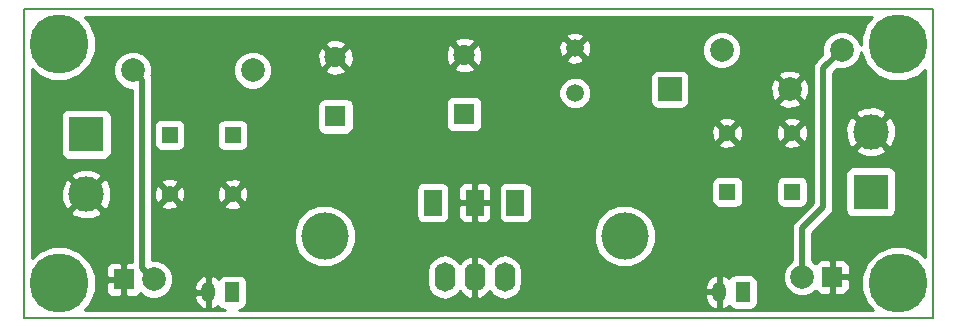
<source format=gbl>
G04 #@! TF.FileFunction,Copper,L2,Bot,Signal*
%FSLAX46Y46*%
G04 Gerber Fmt 4.6, Leading zero omitted, Abs format (unit mm)*
G04 Created by KiCad (PCBNEW 0.201508290901+6132~28~ubuntu14.04.1-product) date Sat 02 Jan 2016 04:08:58 PM EST*
%MOMM*%
G01*
G04 APERTURE LIST*
%ADD10C,0.100000*%
%ADD11C,0.150000*%
%ADD12R,1.400000X1.400000*%
%ADD13C,1.400000*%
%ADD14C,1.501140*%
%ADD15R,1.699260X1.699260*%
%ADD16C,1.998980*%
%ADD17R,1.998980X1.998980*%
%ADD18R,1.198880X1.699260*%
%ADD19O,1.198880X1.699260*%
%ADD20R,2.999740X2.999740*%
%ADD21C,2.999740*%
%ADD22R,1.524000X2.199640*%
%ADD23R,1.800000X1.800000*%
%ADD24C,1.800000*%
%ADD25C,5.000000*%
%ADD26O,1.744980X2.499360*%
%ADD27O,1.747520X2.499360*%
%ADD28C,4.000500*%
%ADD29C,0.500000*%
%ADD30C,0.254000*%
G04 APERTURE END LIST*
D10*
D11*
X187000000Y-44000000D02*
X136000000Y-44000000D01*
X187000000Y-70000000D02*
X187000000Y-44000000D01*
X187000000Y-70200000D02*
X187000000Y-70000000D01*
X110000000Y-70200000D02*
X187000000Y-70200000D01*
X110000000Y-44000000D02*
X110000000Y-70200000D01*
X136000000Y-44000000D02*
X110000000Y-44000000D01*
D12*
X122351800Y-54660800D03*
D13*
X122351800Y-59660800D03*
D12*
X127685800Y-54686200D03*
D13*
X127685800Y-59686200D03*
D12*
X169570400Y-59486800D03*
D13*
X169570400Y-54486800D03*
D12*
X175056800Y-59483000D03*
D13*
X175056800Y-54483000D03*
D14*
X156667200Y-47320200D03*
X156667200Y-51130200D03*
D15*
X178440000Y-66700000D03*
D16*
X175900000Y-66700000D03*
X174853600Y-50800000D03*
D17*
X164693600Y-50800000D03*
D18*
X127635000Y-67995800D03*
D19*
X125633480Y-67995800D03*
D20*
X115290600Y-54610000D03*
D21*
X115290600Y-59690000D03*
D22*
X148209000Y-60401200D03*
X144627600Y-60401200D03*
D18*
X170891200Y-67970400D03*
D19*
X168889680Y-67970400D03*
D20*
X181711600Y-59486800D03*
D21*
X181711600Y-54406800D03*
D16*
X169087800Y-47472600D03*
X179247800Y-47472600D03*
D23*
X136400000Y-53100000D03*
D24*
X136400000Y-48100000D03*
D23*
X147294600Y-52904400D03*
D24*
X147294600Y-47904400D03*
D15*
X118458660Y-66900000D03*
D16*
X120998660Y-66900000D03*
D22*
X151638000Y-60401200D03*
D16*
X129380000Y-49200000D03*
X119220000Y-49200000D03*
D25*
X112979200Y-67235400D03*
X183997600Y-46991600D03*
X184023000Y-67210000D03*
X112979200Y-46964600D03*
D26*
X150723600Y-66713100D03*
D27*
X148183600Y-66713100D03*
X145643600Y-66713100D03*
D28*
X160883600Y-63220600D03*
X135483600Y-63220600D03*
D29*
X175900000Y-66700000D02*
X175900000Y-62580600D01*
X177673000Y-49047400D02*
X179247800Y-47472600D01*
X175900000Y-62580600D02*
X177673000Y-60807600D01*
X177673000Y-60807600D02*
X177673000Y-49047400D01*
X119220000Y-49200000D02*
X120015000Y-49995000D01*
X120015000Y-49995000D02*
X120015000Y-65916340D01*
X120015000Y-65916340D02*
X120998660Y-66900000D01*
D30*
G36*
X181341426Y-45213447D02*
X180863146Y-46365274D01*
X180862504Y-47100333D01*
X180634262Y-46547945D01*
X180174873Y-46087754D01*
X179574347Y-45838394D01*
X178924106Y-45837826D01*
X178323145Y-46086138D01*
X177862954Y-46545527D01*
X177613594Y-47146053D01*
X177613026Y-47796294D01*
X177630423Y-47838398D01*
X177047210Y-48421610D01*
X176855367Y-48708725D01*
X176855367Y-48708726D01*
X176787999Y-49047400D01*
X176788000Y-49047405D01*
X176788000Y-60441021D01*
X175274210Y-61954810D01*
X175082367Y-62241925D01*
X175082367Y-62241926D01*
X175014999Y-62580600D01*
X175015000Y-62580605D01*
X175015000Y-65297153D01*
X174975345Y-65313538D01*
X174515154Y-65772927D01*
X174265794Y-66373453D01*
X174265226Y-67023694D01*
X174513538Y-67624655D01*
X174972927Y-68084846D01*
X175573453Y-68334206D01*
X176223694Y-68334774D01*
X176824655Y-68086462D01*
X177037433Y-67874055D01*
X177052043Y-67909328D01*
X177230671Y-68087957D01*
X177464060Y-68184630D01*
X178154250Y-68184630D01*
X178313000Y-68025880D01*
X178313000Y-66827000D01*
X178567000Y-66827000D01*
X178567000Y-68025880D01*
X178725750Y-68184630D01*
X179415940Y-68184630D01*
X179649329Y-68087957D01*
X179827957Y-67909328D01*
X179924630Y-67675939D01*
X179924630Y-66985750D01*
X179765880Y-66827000D01*
X178567000Y-66827000D01*
X178313000Y-66827000D01*
X178293000Y-66827000D01*
X178293000Y-66573000D01*
X178313000Y-66573000D01*
X178313000Y-65374120D01*
X178567000Y-65374120D01*
X178567000Y-66573000D01*
X179765880Y-66573000D01*
X179924630Y-66414250D01*
X179924630Y-65724061D01*
X179827957Y-65490672D01*
X179649329Y-65312043D01*
X179415940Y-65215370D01*
X178725750Y-65215370D01*
X178567000Y-65374120D01*
X178313000Y-65374120D01*
X178154250Y-65215370D01*
X177464060Y-65215370D01*
X177230671Y-65312043D01*
X177052043Y-65490672D01*
X177037451Y-65525900D01*
X176827073Y-65315154D01*
X176785000Y-65297684D01*
X176785000Y-62947180D01*
X178298787Y-61433392D01*
X178298790Y-61433390D01*
X178490633Y-61146275D01*
X178523814Y-60979464D01*
X178558001Y-60807600D01*
X178558000Y-60807595D01*
X178558000Y-57986930D01*
X179564290Y-57986930D01*
X179564290Y-60986670D01*
X179608568Y-61221987D01*
X179747640Y-61438111D01*
X179959840Y-61583101D01*
X180211730Y-61634110D01*
X183211470Y-61634110D01*
X183446787Y-61589832D01*
X183662911Y-61450760D01*
X183807901Y-61238560D01*
X183858910Y-60986670D01*
X183858910Y-57986930D01*
X183814632Y-57751613D01*
X183675560Y-57535489D01*
X183463360Y-57390499D01*
X183211470Y-57339490D01*
X180211730Y-57339490D01*
X179976413Y-57383768D01*
X179760289Y-57522840D01*
X179615299Y-57735040D01*
X179564290Y-57986930D01*
X178558000Y-57986930D01*
X178558000Y-55920677D01*
X180377328Y-55920677D01*
X180537095Y-56239432D01*
X181327817Y-56549395D01*
X182176966Y-56533167D01*
X182886105Y-56239432D01*
X183045872Y-55920677D01*
X181711600Y-54586405D01*
X180377328Y-55920677D01*
X178558000Y-55920677D01*
X178558000Y-54023017D01*
X179569005Y-54023017D01*
X179585233Y-54872166D01*
X179878968Y-55581305D01*
X180197723Y-55741072D01*
X181531995Y-54406800D01*
X181891205Y-54406800D01*
X183225477Y-55741072D01*
X183544232Y-55581305D01*
X183854195Y-54790583D01*
X183837967Y-53941434D01*
X183544232Y-53232295D01*
X183225477Y-53072528D01*
X181891205Y-54406800D01*
X181531995Y-54406800D01*
X180197723Y-53072528D01*
X179878968Y-53232295D01*
X179569005Y-54023017D01*
X178558000Y-54023017D01*
X178558000Y-52892923D01*
X180377328Y-52892923D01*
X181711600Y-54227195D01*
X183045872Y-52892923D01*
X182886105Y-52574168D01*
X182095383Y-52264205D01*
X181246234Y-52280433D01*
X180537095Y-52574168D01*
X180377328Y-52892923D01*
X178558000Y-52892923D01*
X178558000Y-49413980D01*
X178881628Y-49090352D01*
X178921253Y-49106806D01*
X179571494Y-49107374D01*
X180172455Y-48859062D01*
X180632646Y-48399673D01*
X180882006Y-47799147D01*
X180882127Y-47661026D01*
X181338327Y-48765115D01*
X182219447Y-49647774D01*
X183371274Y-50126054D01*
X184618454Y-50127143D01*
X185771115Y-49650873D01*
X186290000Y-49132893D01*
X186290000Y-65043527D01*
X185801153Y-64553826D01*
X184649326Y-64075546D01*
X183402146Y-64074457D01*
X182249485Y-64550727D01*
X181366826Y-65431847D01*
X180888546Y-66583674D01*
X180887457Y-67830854D01*
X181363727Y-68983515D01*
X181869329Y-69490000D01*
X128249693Y-69490000D01*
X128469757Y-69448592D01*
X128685881Y-69309520D01*
X128830871Y-69097320D01*
X128881880Y-68845430D01*
X128881880Y-67146170D01*
X128837602Y-66910853D01*
X128698530Y-66694729D01*
X128486330Y-66549739D01*
X128234440Y-66498730D01*
X127035560Y-66498730D01*
X126800243Y-66543008D01*
X126584119Y-66682080D01*
X126478921Y-66836043D01*
X126462437Y-66814232D01*
X126042913Y-66567901D01*
X125951001Y-66552705D01*
X125760480Y-66677443D01*
X125760480Y-67868800D01*
X125780480Y-67868800D01*
X125780480Y-68122800D01*
X125760480Y-68122800D01*
X125760480Y-69314157D01*
X125951001Y-69438895D01*
X126042913Y-69423699D01*
X126462437Y-69177368D01*
X126479794Y-69154402D01*
X126571470Y-69296871D01*
X126783670Y-69441861D01*
X127021388Y-69490000D01*
X115158095Y-69490000D01*
X115635374Y-69013553D01*
X116113654Y-67861726D01*
X116114244Y-67185750D01*
X116974030Y-67185750D01*
X116974030Y-67875939D01*
X117070703Y-68109328D01*
X117249331Y-68287957D01*
X117482720Y-68384630D01*
X118172910Y-68384630D01*
X118331660Y-68225880D01*
X118331660Y-67027000D01*
X117132780Y-67027000D01*
X116974030Y-67185750D01*
X116114244Y-67185750D01*
X116114743Y-66614546D01*
X115829441Y-65924061D01*
X116974030Y-65924061D01*
X116974030Y-66614250D01*
X117132780Y-66773000D01*
X118331660Y-66773000D01*
X118331660Y-65574120D01*
X118172910Y-65415370D01*
X117482720Y-65415370D01*
X117249331Y-65512043D01*
X117070703Y-65690672D01*
X116974030Y-65924061D01*
X115829441Y-65924061D01*
X115638473Y-65461885D01*
X114757353Y-64579226D01*
X113605526Y-64100946D01*
X112358346Y-64099857D01*
X111205685Y-64576127D01*
X110710000Y-65070948D01*
X110710000Y-61203877D01*
X113956328Y-61203877D01*
X114116095Y-61522632D01*
X114906817Y-61832595D01*
X115755966Y-61816367D01*
X116465105Y-61522632D01*
X116624872Y-61203877D01*
X115290600Y-59869605D01*
X113956328Y-61203877D01*
X110710000Y-61203877D01*
X110710000Y-59306217D01*
X113148005Y-59306217D01*
X113164233Y-60155366D01*
X113457968Y-60864505D01*
X113776723Y-61024272D01*
X115110995Y-59690000D01*
X115470205Y-59690000D01*
X116804477Y-61024272D01*
X117123232Y-60864505D01*
X117433195Y-60073783D01*
X117416967Y-59224634D01*
X117123232Y-58515495D01*
X116804477Y-58355728D01*
X115470205Y-59690000D01*
X115110995Y-59690000D01*
X113776723Y-58355728D01*
X113457968Y-58515495D01*
X113148005Y-59306217D01*
X110710000Y-59306217D01*
X110710000Y-58176123D01*
X113956328Y-58176123D01*
X115290600Y-59510395D01*
X116624872Y-58176123D01*
X116465105Y-57857368D01*
X115674383Y-57547405D01*
X114825234Y-57563633D01*
X114116095Y-57857368D01*
X113956328Y-58176123D01*
X110710000Y-58176123D01*
X110710000Y-53110130D01*
X113143290Y-53110130D01*
X113143290Y-56109870D01*
X113187568Y-56345187D01*
X113326640Y-56561311D01*
X113538840Y-56706301D01*
X113790730Y-56757310D01*
X116790470Y-56757310D01*
X117025787Y-56713032D01*
X117241911Y-56573960D01*
X117386901Y-56361760D01*
X117437910Y-56109870D01*
X117437910Y-53110130D01*
X117393632Y-52874813D01*
X117254560Y-52658689D01*
X117042360Y-52513699D01*
X116790470Y-52462690D01*
X113790730Y-52462690D01*
X113555413Y-52506968D01*
X113339289Y-52646040D01*
X113194299Y-52858240D01*
X113143290Y-53110130D01*
X110710000Y-53110130D01*
X110710000Y-49128869D01*
X111201047Y-49620774D01*
X112352874Y-50099054D01*
X113600054Y-50100143D01*
X114752715Y-49623873D01*
X114853068Y-49523694D01*
X117585226Y-49523694D01*
X117833538Y-50124655D01*
X118292927Y-50584846D01*
X118893453Y-50834206D01*
X119130000Y-50834413D01*
X119130000Y-65415370D01*
X118744410Y-65415370D01*
X118585660Y-65574120D01*
X118585660Y-66773000D01*
X118605660Y-66773000D01*
X118605660Y-67027000D01*
X118585660Y-67027000D01*
X118585660Y-68225880D01*
X118744410Y-68384630D01*
X119434600Y-68384630D01*
X119667989Y-68287957D01*
X119846617Y-68109328D01*
X119861209Y-68074100D01*
X120071587Y-68284846D01*
X120672113Y-68534206D01*
X121322354Y-68534774D01*
X121845987Y-68318413D01*
X124388735Y-68318413D01*
X124511201Y-68789243D01*
X124804523Y-69177368D01*
X125224047Y-69423699D01*
X125315959Y-69438895D01*
X125506480Y-69314157D01*
X125506480Y-68122800D01*
X124551480Y-68122800D01*
X124388735Y-68318413D01*
X121845987Y-68318413D01*
X121923315Y-68286462D01*
X122383506Y-67827073D01*
X122447405Y-67673187D01*
X124388735Y-67673187D01*
X124551480Y-67868800D01*
X125506480Y-67868800D01*
X125506480Y-66677443D01*
X125315959Y-66552705D01*
X125224047Y-66567901D01*
X124804523Y-66814232D01*
X124511201Y-67202357D01*
X124388735Y-67673187D01*
X122447405Y-67673187D01*
X122632866Y-67226547D01*
X122633434Y-66576306D01*
X122519373Y-66300257D01*
X144134840Y-66300257D01*
X144134840Y-67125943D01*
X144249688Y-67703320D01*
X144576746Y-68192797D01*
X145066223Y-68519855D01*
X145643600Y-68634703D01*
X146220977Y-68519855D01*
X146710454Y-68192797D01*
X146917441Y-67883019D01*
X147206548Y-68245677D01*
X147723555Y-68531533D01*
X147822979Y-68554048D01*
X148056600Y-68433043D01*
X148056600Y-66840100D01*
X148036600Y-66840100D01*
X148036600Y-66586100D01*
X148056600Y-66586100D01*
X148056600Y-64993157D01*
X148310600Y-64993157D01*
X148310600Y-66586100D01*
X148330600Y-66586100D01*
X148330600Y-66840100D01*
X148310600Y-66840100D01*
X148310600Y-68433043D01*
X148544221Y-68554048D01*
X148643645Y-68531533D01*
X149160652Y-68245677D01*
X149450113Y-67882576D01*
X149657644Y-68193169D01*
X150146709Y-68519952D01*
X150723600Y-68634703D01*
X151300491Y-68519952D01*
X151640128Y-68293013D01*
X167644935Y-68293013D01*
X167767401Y-68763843D01*
X168060723Y-69151968D01*
X168480247Y-69398299D01*
X168572159Y-69413495D01*
X168762680Y-69288757D01*
X168762680Y-68097400D01*
X167807680Y-68097400D01*
X167644935Y-68293013D01*
X151640128Y-68293013D01*
X151789556Y-68193169D01*
X152116339Y-67704104D01*
X152127541Y-67647787D01*
X167644935Y-67647787D01*
X167807680Y-67843400D01*
X168762680Y-67843400D01*
X168762680Y-66652043D01*
X169016680Y-66652043D01*
X169016680Y-67843400D01*
X169036680Y-67843400D01*
X169036680Y-68097400D01*
X169016680Y-68097400D01*
X169016680Y-69288757D01*
X169207201Y-69413495D01*
X169299113Y-69398299D01*
X169718637Y-69151968D01*
X169735994Y-69129002D01*
X169827670Y-69271471D01*
X170039870Y-69416461D01*
X170291760Y-69467470D01*
X171490640Y-69467470D01*
X171725957Y-69423192D01*
X171942081Y-69284120D01*
X172087071Y-69071920D01*
X172138080Y-68820030D01*
X172138080Y-67120770D01*
X172093802Y-66885453D01*
X171954730Y-66669329D01*
X171742530Y-66524339D01*
X171490640Y-66473330D01*
X170291760Y-66473330D01*
X170056443Y-66517608D01*
X169840319Y-66656680D01*
X169735121Y-66810643D01*
X169718637Y-66788832D01*
X169299113Y-66542501D01*
X169207201Y-66527305D01*
X169016680Y-66652043D01*
X168762680Y-66652043D01*
X168572159Y-66527305D01*
X168480247Y-66542501D01*
X168060723Y-66788832D01*
X167767401Y-67176957D01*
X167644935Y-67647787D01*
X152127541Y-67647787D01*
X152231090Y-67127213D01*
X152231090Y-66298987D01*
X152116339Y-65722096D01*
X151789556Y-65233031D01*
X151300491Y-64906248D01*
X150723600Y-64791497D01*
X150146709Y-64906248D01*
X149657644Y-65233031D01*
X149450113Y-65543624D01*
X149160652Y-65180523D01*
X148643645Y-64894667D01*
X148544221Y-64872152D01*
X148310600Y-64993157D01*
X148056600Y-64993157D01*
X147822979Y-64872152D01*
X147723555Y-64894667D01*
X147206548Y-65180523D01*
X146917441Y-65543181D01*
X146710454Y-65233403D01*
X146220977Y-64906345D01*
X145643600Y-64791497D01*
X145066223Y-64906345D01*
X144576746Y-65233403D01*
X144249688Y-65722880D01*
X144134840Y-66300257D01*
X122519373Y-66300257D01*
X122385122Y-65975345D01*
X121925733Y-65515154D01*
X121325207Y-65265794D01*
X120900000Y-65265423D01*
X120900000Y-63742484D01*
X132847893Y-63742484D01*
X133248241Y-64711399D01*
X133988902Y-65453354D01*
X134957117Y-65855392D01*
X136005484Y-65856307D01*
X136974399Y-65455959D01*
X137716354Y-64715298D01*
X138118392Y-63747083D01*
X138118396Y-63742484D01*
X158247893Y-63742484D01*
X158648241Y-64711399D01*
X159388902Y-65453354D01*
X160357117Y-65855392D01*
X161405484Y-65856307D01*
X162374399Y-65455959D01*
X163116354Y-64715298D01*
X163518392Y-63747083D01*
X163519307Y-62698716D01*
X163118959Y-61729801D01*
X162378298Y-60987846D01*
X161410083Y-60585808D01*
X160361716Y-60584893D01*
X159392801Y-60985241D01*
X158650846Y-61725902D01*
X158248808Y-62694117D01*
X158247893Y-63742484D01*
X138118396Y-63742484D01*
X138119307Y-62698716D01*
X137718959Y-61729801D01*
X136978298Y-60987846D01*
X136010083Y-60585808D01*
X134961716Y-60584893D01*
X133992801Y-60985241D01*
X133250846Y-61725902D01*
X132848808Y-62694117D01*
X132847893Y-63742484D01*
X120900000Y-63742484D01*
X120900000Y-60596075D01*
X121596131Y-60596075D01*
X121657969Y-60831842D01*
X122158922Y-61008219D01*
X122689240Y-60979464D01*
X123045631Y-60831842D01*
X123100806Y-60621475D01*
X126930131Y-60621475D01*
X126991969Y-60857242D01*
X127492922Y-61033619D01*
X128023240Y-61004864D01*
X128379631Y-60857242D01*
X128441469Y-60621475D01*
X127685800Y-59865805D01*
X126930131Y-60621475D01*
X123100806Y-60621475D01*
X123107469Y-60596075D01*
X122351800Y-59840405D01*
X121596131Y-60596075D01*
X120900000Y-60596075D01*
X120900000Y-59467922D01*
X121004381Y-59467922D01*
X121033136Y-59998240D01*
X121180758Y-60354631D01*
X121416525Y-60416469D01*
X122172195Y-59660800D01*
X122531405Y-59660800D01*
X123287075Y-60416469D01*
X123522842Y-60354631D01*
X123699219Y-59853678D01*
X123679680Y-59493322D01*
X126338381Y-59493322D01*
X126367136Y-60023640D01*
X126514758Y-60380031D01*
X126750525Y-60441869D01*
X127506195Y-59686200D01*
X127865405Y-59686200D01*
X128621075Y-60441869D01*
X128856842Y-60380031D01*
X129033219Y-59879078D01*
X129004464Y-59348760D01*
X128984839Y-59301380D01*
X143218160Y-59301380D01*
X143218160Y-61501020D01*
X143262438Y-61736337D01*
X143401510Y-61952461D01*
X143613710Y-62097451D01*
X143865600Y-62148460D01*
X145389600Y-62148460D01*
X145624917Y-62104182D01*
X145841041Y-61965110D01*
X145986031Y-61752910D01*
X146037040Y-61501020D01*
X146037040Y-60686950D01*
X146812000Y-60686950D01*
X146812000Y-61627330D01*
X146908673Y-61860719D01*
X147087302Y-62039347D01*
X147320691Y-62136020D01*
X147923250Y-62136020D01*
X148082000Y-61977270D01*
X148082000Y-60528200D01*
X148336000Y-60528200D01*
X148336000Y-61977270D01*
X148494750Y-62136020D01*
X149097309Y-62136020D01*
X149330698Y-62039347D01*
X149509327Y-61860719D01*
X149606000Y-61627330D01*
X149606000Y-60686950D01*
X149447250Y-60528200D01*
X148336000Y-60528200D01*
X148082000Y-60528200D01*
X146970750Y-60528200D01*
X146812000Y-60686950D01*
X146037040Y-60686950D01*
X146037040Y-59301380D01*
X146013274Y-59175070D01*
X146812000Y-59175070D01*
X146812000Y-60115450D01*
X146970750Y-60274200D01*
X148082000Y-60274200D01*
X148082000Y-58825130D01*
X148336000Y-58825130D01*
X148336000Y-60274200D01*
X149447250Y-60274200D01*
X149606000Y-60115450D01*
X149606000Y-59301380D01*
X150228560Y-59301380D01*
X150228560Y-61501020D01*
X150272838Y-61736337D01*
X150411910Y-61952461D01*
X150624110Y-62097451D01*
X150876000Y-62148460D01*
X152400000Y-62148460D01*
X152635317Y-62104182D01*
X152851441Y-61965110D01*
X152996431Y-61752910D01*
X153047440Y-61501020D01*
X153047440Y-59301380D01*
X153003162Y-59066063D01*
X152864090Y-58849939D01*
X152771683Y-58786800D01*
X168222960Y-58786800D01*
X168222960Y-60186800D01*
X168267238Y-60422117D01*
X168406310Y-60638241D01*
X168618510Y-60783231D01*
X168870400Y-60834240D01*
X170270400Y-60834240D01*
X170505717Y-60789962D01*
X170721841Y-60650890D01*
X170866831Y-60438690D01*
X170917840Y-60186800D01*
X170917840Y-58786800D01*
X170917125Y-58783000D01*
X173709360Y-58783000D01*
X173709360Y-60183000D01*
X173753638Y-60418317D01*
X173892710Y-60634441D01*
X174104910Y-60779431D01*
X174356800Y-60830440D01*
X175756800Y-60830440D01*
X175992117Y-60786162D01*
X176208241Y-60647090D01*
X176353231Y-60434890D01*
X176404240Y-60183000D01*
X176404240Y-58783000D01*
X176359962Y-58547683D01*
X176220890Y-58331559D01*
X176008690Y-58186569D01*
X175756800Y-58135560D01*
X174356800Y-58135560D01*
X174121483Y-58179838D01*
X173905359Y-58318910D01*
X173760369Y-58531110D01*
X173709360Y-58783000D01*
X170917125Y-58783000D01*
X170873562Y-58551483D01*
X170734490Y-58335359D01*
X170522290Y-58190369D01*
X170270400Y-58139360D01*
X168870400Y-58139360D01*
X168635083Y-58183638D01*
X168418959Y-58322710D01*
X168273969Y-58534910D01*
X168222960Y-58786800D01*
X152771683Y-58786800D01*
X152651890Y-58704949D01*
X152400000Y-58653940D01*
X150876000Y-58653940D01*
X150640683Y-58698218D01*
X150424559Y-58837290D01*
X150279569Y-59049490D01*
X150228560Y-59301380D01*
X149606000Y-59301380D01*
X149606000Y-59175070D01*
X149509327Y-58941681D01*
X149330698Y-58763053D01*
X149097309Y-58666380D01*
X148494750Y-58666380D01*
X148336000Y-58825130D01*
X148082000Y-58825130D01*
X147923250Y-58666380D01*
X147320691Y-58666380D01*
X147087302Y-58763053D01*
X146908673Y-58941681D01*
X146812000Y-59175070D01*
X146013274Y-59175070D01*
X145992762Y-59066063D01*
X145853690Y-58849939D01*
X145641490Y-58704949D01*
X145389600Y-58653940D01*
X143865600Y-58653940D01*
X143630283Y-58698218D01*
X143414159Y-58837290D01*
X143269169Y-59049490D01*
X143218160Y-59301380D01*
X128984839Y-59301380D01*
X128856842Y-58992369D01*
X128621075Y-58930531D01*
X127865405Y-59686200D01*
X127506195Y-59686200D01*
X126750525Y-58930531D01*
X126514758Y-58992369D01*
X126338381Y-59493322D01*
X123679680Y-59493322D01*
X123670464Y-59323360D01*
X123522842Y-58966969D01*
X123287075Y-58905131D01*
X122531405Y-59660800D01*
X122172195Y-59660800D01*
X121416525Y-58905131D01*
X121180758Y-58966969D01*
X121004381Y-59467922D01*
X120900000Y-59467922D01*
X120900000Y-58725525D01*
X121596131Y-58725525D01*
X122351800Y-59481195D01*
X123082069Y-58750925D01*
X126930131Y-58750925D01*
X127685800Y-59506595D01*
X128441469Y-58750925D01*
X128379631Y-58515158D01*
X127878678Y-58338781D01*
X127348360Y-58367536D01*
X126991969Y-58515158D01*
X126930131Y-58750925D01*
X123082069Y-58750925D01*
X123107469Y-58725525D01*
X123045631Y-58489758D01*
X122544678Y-58313381D01*
X122014360Y-58342136D01*
X121657969Y-58489758D01*
X121596131Y-58725525D01*
X120900000Y-58725525D01*
X120900000Y-53960800D01*
X121004360Y-53960800D01*
X121004360Y-55360800D01*
X121048638Y-55596117D01*
X121187710Y-55812241D01*
X121399910Y-55957231D01*
X121651800Y-56008240D01*
X123051800Y-56008240D01*
X123287117Y-55963962D01*
X123503241Y-55824890D01*
X123648231Y-55612690D01*
X123699240Y-55360800D01*
X123699240Y-53986200D01*
X126338360Y-53986200D01*
X126338360Y-55386200D01*
X126382638Y-55621517D01*
X126521710Y-55837641D01*
X126733910Y-55982631D01*
X126985800Y-56033640D01*
X128385800Y-56033640D01*
X128621117Y-55989362D01*
X128837241Y-55850290D01*
X128982231Y-55638090D01*
X129025975Y-55422075D01*
X168814731Y-55422075D01*
X168876569Y-55657842D01*
X169377522Y-55834219D01*
X169907840Y-55805464D01*
X170264231Y-55657842D01*
X170326069Y-55422075D01*
X170322270Y-55418275D01*
X174301131Y-55418275D01*
X174362969Y-55654042D01*
X174863922Y-55830419D01*
X175394240Y-55801664D01*
X175750631Y-55654042D01*
X175812469Y-55418275D01*
X175056800Y-54662605D01*
X174301131Y-55418275D01*
X170322270Y-55418275D01*
X169570400Y-54666405D01*
X168814731Y-55422075D01*
X129025975Y-55422075D01*
X129033240Y-55386200D01*
X129033240Y-53986200D01*
X128988962Y-53750883D01*
X128849890Y-53534759D01*
X128637690Y-53389769D01*
X128385800Y-53338760D01*
X126985800Y-53338760D01*
X126750483Y-53383038D01*
X126534359Y-53522110D01*
X126389369Y-53734310D01*
X126338360Y-53986200D01*
X123699240Y-53986200D01*
X123699240Y-53960800D01*
X123654962Y-53725483D01*
X123515890Y-53509359D01*
X123303690Y-53364369D01*
X123051800Y-53313360D01*
X121651800Y-53313360D01*
X121416483Y-53357638D01*
X121200359Y-53496710D01*
X121055369Y-53708910D01*
X121004360Y-53960800D01*
X120900000Y-53960800D01*
X120900000Y-52200000D01*
X134852560Y-52200000D01*
X134852560Y-54000000D01*
X134896838Y-54235317D01*
X135035910Y-54451441D01*
X135248110Y-54596431D01*
X135500000Y-54647440D01*
X137300000Y-54647440D01*
X137535317Y-54603162D01*
X137751441Y-54464090D01*
X137896431Y-54251890D01*
X137947440Y-54000000D01*
X137947440Y-52200000D01*
X137910636Y-52004400D01*
X145747160Y-52004400D01*
X145747160Y-53804400D01*
X145791438Y-54039717D01*
X145930510Y-54255841D01*
X146142710Y-54400831D01*
X146394600Y-54451840D01*
X148194600Y-54451840D01*
X148429917Y-54407562D01*
X148606518Y-54293922D01*
X168222981Y-54293922D01*
X168251736Y-54824240D01*
X168399358Y-55180631D01*
X168635125Y-55242469D01*
X169390795Y-54486800D01*
X169750005Y-54486800D01*
X170505675Y-55242469D01*
X170741442Y-55180631D01*
X170917819Y-54679678D01*
X170896697Y-54290122D01*
X173709381Y-54290122D01*
X173738136Y-54820440D01*
X173885758Y-55176831D01*
X174121525Y-55238669D01*
X174877195Y-54483000D01*
X175236405Y-54483000D01*
X175992075Y-55238669D01*
X176227842Y-55176831D01*
X176404219Y-54675878D01*
X176375464Y-54145560D01*
X176227842Y-53789169D01*
X175992075Y-53727331D01*
X175236405Y-54483000D01*
X174877195Y-54483000D01*
X174121525Y-53727331D01*
X173885758Y-53789169D01*
X173709381Y-54290122D01*
X170896697Y-54290122D01*
X170889064Y-54149360D01*
X170741442Y-53792969D01*
X170505675Y-53731131D01*
X169750005Y-54486800D01*
X169390795Y-54486800D01*
X168635125Y-53731131D01*
X168399358Y-53792969D01*
X168222981Y-54293922D01*
X148606518Y-54293922D01*
X148646041Y-54268490D01*
X148791031Y-54056290D01*
X148842040Y-53804400D01*
X148842040Y-53551525D01*
X168814731Y-53551525D01*
X169570400Y-54307195D01*
X170326069Y-53551525D01*
X170325073Y-53547725D01*
X174301131Y-53547725D01*
X175056800Y-54303395D01*
X175812469Y-53547725D01*
X175750631Y-53311958D01*
X175249678Y-53135581D01*
X174719360Y-53164336D01*
X174362969Y-53311958D01*
X174301131Y-53547725D01*
X170325073Y-53547725D01*
X170264231Y-53315758D01*
X169763278Y-53139381D01*
X169232960Y-53168136D01*
X168876569Y-53315758D01*
X168814731Y-53551525D01*
X148842040Y-53551525D01*
X148842040Y-52004400D01*
X148797762Y-51769083D01*
X148658690Y-51552959D01*
X148446490Y-51407969D01*
X148429844Y-51404598D01*
X155281390Y-51404598D01*
X155491886Y-51914037D01*
X155881313Y-52304144D01*
X156390384Y-52515529D01*
X156941598Y-52516010D01*
X157451037Y-52305514D01*
X157841144Y-51916087D01*
X158052529Y-51407016D01*
X158053010Y-50855802D01*
X157842514Y-50346363D01*
X157453087Y-49956256D01*
X157078010Y-49800510D01*
X163046670Y-49800510D01*
X163046670Y-51799490D01*
X163090948Y-52034807D01*
X163230020Y-52250931D01*
X163442220Y-52395921D01*
X163694110Y-52446930D01*
X165693090Y-52446930D01*
X165928407Y-52402652D01*
X166144531Y-52263580D01*
X166289521Y-52051380D01*
X166309612Y-51952163D01*
X173881043Y-51952163D01*
X173979642Y-52218965D01*
X174589182Y-52445401D01*
X175238977Y-52421341D01*
X175727558Y-52218965D01*
X175826157Y-51952163D01*
X174853600Y-50979605D01*
X173881043Y-51952163D01*
X166309612Y-51952163D01*
X166340530Y-51799490D01*
X166340530Y-50535582D01*
X173208199Y-50535582D01*
X173232259Y-51185377D01*
X173434635Y-51673958D01*
X173701437Y-51772557D01*
X174673995Y-50800000D01*
X175033205Y-50800000D01*
X176005763Y-51772557D01*
X176272565Y-51673958D01*
X176499001Y-51064418D01*
X176474941Y-50414623D01*
X176272565Y-49926042D01*
X176005763Y-49827443D01*
X175033205Y-50800000D01*
X174673995Y-50800000D01*
X173701437Y-49827443D01*
X173434635Y-49926042D01*
X173208199Y-50535582D01*
X166340530Y-50535582D01*
X166340530Y-49800510D01*
X166311803Y-49647837D01*
X173881043Y-49647837D01*
X174853600Y-50620395D01*
X175826157Y-49647837D01*
X175727558Y-49381035D01*
X175118018Y-49154599D01*
X174468223Y-49178659D01*
X173979642Y-49381035D01*
X173881043Y-49647837D01*
X166311803Y-49647837D01*
X166296252Y-49565193D01*
X166157180Y-49349069D01*
X165944980Y-49204079D01*
X165693090Y-49153070D01*
X163694110Y-49153070D01*
X163458793Y-49197348D01*
X163242669Y-49336420D01*
X163097679Y-49548620D01*
X163046670Y-49800510D01*
X157078010Y-49800510D01*
X156944016Y-49744871D01*
X156392802Y-49744390D01*
X155883363Y-49954886D01*
X155493256Y-50344313D01*
X155281871Y-50853384D01*
X155281390Y-51404598D01*
X148429844Y-51404598D01*
X148194600Y-51356960D01*
X146394600Y-51356960D01*
X146159283Y-51401238D01*
X145943159Y-51540310D01*
X145798169Y-51752510D01*
X145747160Y-52004400D01*
X137910636Y-52004400D01*
X137903162Y-51964683D01*
X137764090Y-51748559D01*
X137551890Y-51603569D01*
X137300000Y-51552560D01*
X135500000Y-51552560D01*
X135264683Y-51596838D01*
X135048559Y-51735910D01*
X134903569Y-51948110D01*
X134852560Y-52200000D01*
X120900000Y-52200000D01*
X120900000Y-49995005D01*
X120900001Y-49995000D01*
X120832633Y-49656326D01*
X120832633Y-49656325D01*
X120812703Y-49626497D01*
X120854206Y-49526547D01*
X120854208Y-49523694D01*
X127745226Y-49523694D01*
X127993538Y-50124655D01*
X128452927Y-50584846D01*
X129053453Y-50834206D01*
X129703694Y-50834774D01*
X130304655Y-50586462D01*
X130764846Y-50127073D01*
X131014206Y-49526547D01*
X131014508Y-49180159D01*
X135499446Y-49180159D01*
X135585852Y-49436643D01*
X136159336Y-49646458D01*
X136769460Y-49620839D01*
X137214148Y-49436643D01*
X137300554Y-49180159D01*
X136400000Y-48279605D01*
X135499446Y-49180159D01*
X131014508Y-49180159D01*
X131014774Y-48876306D01*
X130766462Y-48275345D01*
X130351179Y-47859336D01*
X134853542Y-47859336D01*
X134879161Y-48469460D01*
X135063357Y-48914148D01*
X135319841Y-49000554D01*
X136220395Y-48100000D01*
X136579605Y-48100000D01*
X137480159Y-49000554D01*
X137527637Y-48984559D01*
X146394046Y-48984559D01*
X146480452Y-49241043D01*
X147053936Y-49450858D01*
X147664060Y-49425239D01*
X148108748Y-49241043D01*
X148195154Y-48984559D01*
X147294600Y-48084005D01*
X146394046Y-48984559D01*
X137527637Y-48984559D01*
X137736643Y-48914148D01*
X137946458Y-48340664D01*
X137920839Y-47730540D01*
X137893168Y-47663736D01*
X145748142Y-47663736D01*
X145773761Y-48273860D01*
X145957957Y-48718548D01*
X146214441Y-48804954D01*
X147114995Y-47904400D01*
X147474205Y-47904400D01*
X148374759Y-48804954D01*
X148631243Y-48718548D01*
X148787252Y-48292130D01*
X155874875Y-48292130D01*
X155942935Y-48533131D01*
X156462234Y-48717967D01*
X157012738Y-48690005D01*
X157391465Y-48533131D01*
X157459525Y-48292130D01*
X156667200Y-47499805D01*
X155874875Y-48292130D01*
X148787252Y-48292130D01*
X148841058Y-48145064D01*
X148815439Y-47534940D01*
X148641591Y-47115234D01*
X155269433Y-47115234D01*
X155297395Y-47665738D01*
X155454269Y-48044465D01*
X155695270Y-48112525D01*
X156487595Y-47320200D01*
X156846805Y-47320200D01*
X157639130Y-48112525D01*
X157880131Y-48044465D01*
X157968463Y-47796294D01*
X167453026Y-47796294D01*
X167701338Y-48397255D01*
X168160727Y-48857446D01*
X168761253Y-49106806D01*
X169411494Y-49107374D01*
X170012455Y-48859062D01*
X170472646Y-48399673D01*
X170722006Y-47799147D01*
X170722574Y-47148906D01*
X170474262Y-46547945D01*
X170014873Y-46087754D01*
X169414347Y-45838394D01*
X168764106Y-45837826D01*
X168163145Y-46086138D01*
X167702954Y-46545527D01*
X167453594Y-47146053D01*
X167453026Y-47796294D01*
X157968463Y-47796294D01*
X158064967Y-47525166D01*
X158037005Y-46974662D01*
X157880131Y-46595935D01*
X157639130Y-46527875D01*
X156846805Y-47320200D01*
X156487595Y-47320200D01*
X155695270Y-46527875D01*
X155454269Y-46595935D01*
X155269433Y-47115234D01*
X148641591Y-47115234D01*
X148631243Y-47090252D01*
X148374759Y-47003846D01*
X147474205Y-47904400D01*
X147114995Y-47904400D01*
X146214441Y-47003846D01*
X145957957Y-47090252D01*
X145748142Y-47663736D01*
X137893168Y-47663736D01*
X137736643Y-47285852D01*
X137480159Y-47199446D01*
X136579605Y-48100000D01*
X136220395Y-48100000D01*
X135319841Y-47199446D01*
X135063357Y-47285852D01*
X134853542Y-47859336D01*
X130351179Y-47859336D01*
X130307073Y-47815154D01*
X129706547Y-47565794D01*
X129056306Y-47565226D01*
X128455345Y-47813538D01*
X127995154Y-48272927D01*
X127745794Y-48873453D01*
X127745226Y-49523694D01*
X120854208Y-49523694D01*
X120854774Y-48876306D01*
X120606462Y-48275345D01*
X120147073Y-47815154D01*
X119546547Y-47565794D01*
X118896306Y-47565226D01*
X118295345Y-47813538D01*
X117835154Y-48272927D01*
X117585794Y-48873453D01*
X117585226Y-49523694D01*
X114853068Y-49523694D01*
X115635374Y-48742753D01*
X116113654Y-47590926D01*
X116114152Y-47019841D01*
X135499446Y-47019841D01*
X136400000Y-47920395D01*
X137300554Y-47019841D01*
X137234659Y-46824241D01*
X146394046Y-46824241D01*
X147294600Y-47724795D01*
X148195154Y-46824241D01*
X148108748Y-46567757D01*
X147535264Y-46357942D01*
X146925140Y-46383561D01*
X146480452Y-46567757D01*
X146394046Y-46824241D01*
X137234659Y-46824241D01*
X137214148Y-46763357D01*
X136640664Y-46553542D01*
X136030540Y-46579161D01*
X135585852Y-46763357D01*
X135499446Y-47019841D01*
X116114152Y-47019841D01*
X116114739Y-46348270D01*
X155874875Y-46348270D01*
X156667200Y-47140595D01*
X157459525Y-46348270D01*
X157391465Y-46107269D01*
X156872166Y-45922433D01*
X156321662Y-45950395D01*
X155942935Y-46107269D01*
X155874875Y-46348270D01*
X116114739Y-46348270D01*
X116114743Y-46343746D01*
X115638473Y-45191085D01*
X115158227Y-44710000D01*
X181845752Y-44710000D01*
X181341426Y-45213447D01*
X181341426Y-45213447D01*
G37*
X181341426Y-45213447D02*
X180863146Y-46365274D01*
X180862504Y-47100333D01*
X180634262Y-46547945D01*
X180174873Y-46087754D01*
X179574347Y-45838394D01*
X178924106Y-45837826D01*
X178323145Y-46086138D01*
X177862954Y-46545527D01*
X177613594Y-47146053D01*
X177613026Y-47796294D01*
X177630423Y-47838398D01*
X177047210Y-48421610D01*
X176855367Y-48708725D01*
X176855367Y-48708726D01*
X176787999Y-49047400D01*
X176788000Y-49047405D01*
X176788000Y-60441021D01*
X175274210Y-61954810D01*
X175082367Y-62241925D01*
X175082367Y-62241926D01*
X175014999Y-62580600D01*
X175015000Y-62580605D01*
X175015000Y-65297153D01*
X174975345Y-65313538D01*
X174515154Y-65772927D01*
X174265794Y-66373453D01*
X174265226Y-67023694D01*
X174513538Y-67624655D01*
X174972927Y-68084846D01*
X175573453Y-68334206D01*
X176223694Y-68334774D01*
X176824655Y-68086462D01*
X177037433Y-67874055D01*
X177052043Y-67909328D01*
X177230671Y-68087957D01*
X177464060Y-68184630D01*
X178154250Y-68184630D01*
X178313000Y-68025880D01*
X178313000Y-66827000D01*
X178567000Y-66827000D01*
X178567000Y-68025880D01*
X178725750Y-68184630D01*
X179415940Y-68184630D01*
X179649329Y-68087957D01*
X179827957Y-67909328D01*
X179924630Y-67675939D01*
X179924630Y-66985750D01*
X179765880Y-66827000D01*
X178567000Y-66827000D01*
X178313000Y-66827000D01*
X178293000Y-66827000D01*
X178293000Y-66573000D01*
X178313000Y-66573000D01*
X178313000Y-65374120D01*
X178567000Y-65374120D01*
X178567000Y-66573000D01*
X179765880Y-66573000D01*
X179924630Y-66414250D01*
X179924630Y-65724061D01*
X179827957Y-65490672D01*
X179649329Y-65312043D01*
X179415940Y-65215370D01*
X178725750Y-65215370D01*
X178567000Y-65374120D01*
X178313000Y-65374120D01*
X178154250Y-65215370D01*
X177464060Y-65215370D01*
X177230671Y-65312043D01*
X177052043Y-65490672D01*
X177037451Y-65525900D01*
X176827073Y-65315154D01*
X176785000Y-65297684D01*
X176785000Y-62947180D01*
X178298787Y-61433392D01*
X178298790Y-61433390D01*
X178490633Y-61146275D01*
X178523814Y-60979464D01*
X178558001Y-60807600D01*
X178558000Y-60807595D01*
X178558000Y-57986930D01*
X179564290Y-57986930D01*
X179564290Y-60986670D01*
X179608568Y-61221987D01*
X179747640Y-61438111D01*
X179959840Y-61583101D01*
X180211730Y-61634110D01*
X183211470Y-61634110D01*
X183446787Y-61589832D01*
X183662911Y-61450760D01*
X183807901Y-61238560D01*
X183858910Y-60986670D01*
X183858910Y-57986930D01*
X183814632Y-57751613D01*
X183675560Y-57535489D01*
X183463360Y-57390499D01*
X183211470Y-57339490D01*
X180211730Y-57339490D01*
X179976413Y-57383768D01*
X179760289Y-57522840D01*
X179615299Y-57735040D01*
X179564290Y-57986930D01*
X178558000Y-57986930D01*
X178558000Y-55920677D01*
X180377328Y-55920677D01*
X180537095Y-56239432D01*
X181327817Y-56549395D01*
X182176966Y-56533167D01*
X182886105Y-56239432D01*
X183045872Y-55920677D01*
X181711600Y-54586405D01*
X180377328Y-55920677D01*
X178558000Y-55920677D01*
X178558000Y-54023017D01*
X179569005Y-54023017D01*
X179585233Y-54872166D01*
X179878968Y-55581305D01*
X180197723Y-55741072D01*
X181531995Y-54406800D01*
X181891205Y-54406800D01*
X183225477Y-55741072D01*
X183544232Y-55581305D01*
X183854195Y-54790583D01*
X183837967Y-53941434D01*
X183544232Y-53232295D01*
X183225477Y-53072528D01*
X181891205Y-54406800D01*
X181531995Y-54406800D01*
X180197723Y-53072528D01*
X179878968Y-53232295D01*
X179569005Y-54023017D01*
X178558000Y-54023017D01*
X178558000Y-52892923D01*
X180377328Y-52892923D01*
X181711600Y-54227195D01*
X183045872Y-52892923D01*
X182886105Y-52574168D01*
X182095383Y-52264205D01*
X181246234Y-52280433D01*
X180537095Y-52574168D01*
X180377328Y-52892923D01*
X178558000Y-52892923D01*
X178558000Y-49413980D01*
X178881628Y-49090352D01*
X178921253Y-49106806D01*
X179571494Y-49107374D01*
X180172455Y-48859062D01*
X180632646Y-48399673D01*
X180882006Y-47799147D01*
X180882127Y-47661026D01*
X181338327Y-48765115D01*
X182219447Y-49647774D01*
X183371274Y-50126054D01*
X184618454Y-50127143D01*
X185771115Y-49650873D01*
X186290000Y-49132893D01*
X186290000Y-65043527D01*
X185801153Y-64553826D01*
X184649326Y-64075546D01*
X183402146Y-64074457D01*
X182249485Y-64550727D01*
X181366826Y-65431847D01*
X180888546Y-66583674D01*
X180887457Y-67830854D01*
X181363727Y-68983515D01*
X181869329Y-69490000D01*
X128249693Y-69490000D01*
X128469757Y-69448592D01*
X128685881Y-69309520D01*
X128830871Y-69097320D01*
X128881880Y-68845430D01*
X128881880Y-67146170D01*
X128837602Y-66910853D01*
X128698530Y-66694729D01*
X128486330Y-66549739D01*
X128234440Y-66498730D01*
X127035560Y-66498730D01*
X126800243Y-66543008D01*
X126584119Y-66682080D01*
X126478921Y-66836043D01*
X126462437Y-66814232D01*
X126042913Y-66567901D01*
X125951001Y-66552705D01*
X125760480Y-66677443D01*
X125760480Y-67868800D01*
X125780480Y-67868800D01*
X125780480Y-68122800D01*
X125760480Y-68122800D01*
X125760480Y-69314157D01*
X125951001Y-69438895D01*
X126042913Y-69423699D01*
X126462437Y-69177368D01*
X126479794Y-69154402D01*
X126571470Y-69296871D01*
X126783670Y-69441861D01*
X127021388Y-69490000D01*
X115158095Y-69490000D01*
X115635374Y-69013553D01*
X116113654Y-67861726D01*
X116114244Y-67185750D01*
X116974030Y-67185750D01*
X116974030Y-67875939D01*
X117070703Y-68109328D01*
X117249331Y-68287957D01*
X117482720Y-68384630D01*
X118172910Y-68384630D01*
X118331660Y-68225880D01*
X118331660Y-67027000D01*
X117132780Y-67027000D01*
X116974030Y-67185750D01*
X116114244Y-67185750D01*
X116114743Y-66614546D01*
X115829441Y-65924061D01*
X116974030Y-65924061D01*
X116974030Y-66614250D01*
X117132780Y-66773000D01*
X118331660Y-66773000D01*
X118331660Y-65574120D01*
X118172910Y-65415370D01*
X117482720Y-65415370D01*
X117249331Y-65512043D01*
X117070703Y-65690672D01*
X116974030Y-65924061D01*
X115829441Y-65924061D01*
X115638473Y-65461885D01*
X114757353Y-64579226D01*
X113605526Y-64100946D01*
X112358346Y-64099857D01*
X111205685Y-64576127D01*
X110710000Y-65070948D01*
X110710000Y-61203877D01*
X113956328Y-61203877D01*
X114116095Y-61522632D01*
X114906817Y-61832595D01*
X115755966Y-61816367D01*
X116465105Y-61522632D01*
X116624872Y-61203877D01*
X115290600Y-59869605D01*
X113956328Y-61203877D01*
X110710000Y-61203877D01*
X110710000Y-59306217D01*
X113148005Y-59306217D01*
X113164233Y-60155366D01*
X113457968Y-60864505D01*
X113776723Y-61024272D01*
X115110995Y-59690000D01*
X115470205Y-59690000D01*
X116804477Y-61024272D01*
X117123232Y-60864505D01*
X117433195Y-60073783D01*
X117416967Y-59224634D01*
X117123232Y-58515495D01*
X116804477Y-58355728D01*
X115470205Y-59690000D01*
X115110995Y-59690000D01*
X113776723Y-58355728D01*
X113457968Y-58515495D01*
X113148005Y-59306217D01*
X110710000Y-59306217D01*
X110710000Y-58176123D01*
X113956328Y-58176123D01*
X115290600Y-59510395D01*
X116624872Y-58176123D01*
X116465105Y-57857368D01*
X115674383Y-57547405D01*
X114825234Y-57563633D01*
X114116095Y-57857368D01*
X113956328Y-58176123D01*
X110710000Y-58176123D01*
X110710000Y-53110130D01*
X113143290Y-53110130D01*
X113143290Y-56109870D01*
X113187568Y-56345187D01*
X113326640Y-56561311D01*
X113538840Y-56706301D01*
X113790730Y-56757310D01*
X116790470Y-56757310D01*
X117025787Y-56713032D01*
X117241911Y-56573960D01*
X117386901Y-56361760D01*
X117437910Y-56109870D01*
X117437910Y-53110130D01*
X117393632Y-52874813D01*
X117254560Y-52658689D01*
X117042360Y-52513699D01*
X116790470Y-52462690D01*
X113790730Y-52462690D01*
X113555413Y-52506968D01*
X113339289Y-52646040D01*
X113194299Y-52858240D01*
X113143290Y-53110130D01*
X110710000Y-53110130D01*
X110710000Y-49128869D01*
X111201047Y-49620774D01*
X112352874Y-50099054D01*
X113600054Y-50100143D01*
X114752715Y-49623873D01*
X114853068Y-49523694D01*
X117585226Y-49523694D01*
X117833538Y-50124655D01*
X118292927Y-50584846D01*
X118893453Y-50834206D01*
X119130000Y-50834413D01*
X119130000Y-65415370D01*
X118744410Y-65415370D01*
X118585660Y-65574120D01*
X118585660Y-66773000D01*
X118605660Y-66773000D01*
X118605660Y-67027000D01*
X118585660Y-67027000D01*
X118585660Y-68225880D01*
X118744410Y-68384630D01*
X119434600Y-68384630D01*
X119667989Y-68287957D01*
X119846617Y-68109328D01*
X119861209Y-68074100D01*
X120071587Y-68284846D01*
X120672113Y-68534206D01*
X121322354Y-68534774D01*
X121845987Y-68318413D01*
X124388735Y-68318413D01*
X124511201Y-68789243D01*
X124804523Y-69177368D01*
X125224047Y-69423699D01*
X125315959Y-69438895D01*
X125506480Y-69314157D01*
X125506480Y-68122800D01*
X124551480Y-68122800D01*
X124388735Y-68318413D01*
X121845987Y-68318413D01*
X121923315Y-68286462D01*
X122383506Y-67827073D01*
X122447405Y-67673187D01*
X124388735Y-67673187D01*
X124551480Y-67868800D01*
X125506480Y-67868800D01*
X125506480Y-66677443D01*
X125315959Y-66552705D01*
X125224047Y-66567901D01*
X124804523Y-66814232D01*
X124511201Y-67202357D01*
X124388735Y-67673187D01*
X122447405Y-67673187D01*
X122632866Y-67226547D01*
X122633434Y-66576306D01*
X122519373Y-66300257D01*
X144134840Y-66300257D01*
X144134840Y-67125943D01*
X144249688Y-67703320D01*
X144576746Y-68192797D01*
X145066223Y-68519855D01*
X145643600Y-68634703D01*
X146220977Y-68519855D01*
X146710454Y-68192797D01*
X146917441Y-67883019D01*
X147206548Y-68245677D01*
X147723555Y-68531533D01*
X147822979Y-68554048D01*
X148056600Y-68433043D01*
X148056600Y-66840100D01*
X148036600Y-66840100D01*
X148036600Y-66586100D01*
X148056600Y-66586100D01*
X148056600Y-64993157D01*
X148310600Y-64993157D01*
X148310600Y-66586100D01*
X148330600Y-66586100D01*
X148330600Y-66840100D01*
X148310600Y-66840100D01*
X148310600Y-68433043D01*
X148544221Y-68554048D01*
X148643645Y-68531533D01*
X149160652Y-68245677D01*
X149450113Y-67882576D01*
X149657644Y-68193169D01*
X150146709Y-68519952D01*
X150723600Y-68634703D01*
X151300491Y-68519952D01*
X151640128Y-68293013D01*
X167644935Y-68293013D01*
X167767401Y-68763843D01*
X168060723Y-69151968D01*
X168480247Y-69398299D01*
X168572159Y-69413495D01*
X168762680Y-69288757D01*
X168762680Y-68097400D01*
X167807680Y-68097400D01*
X167644935Y-68293013D01*
X151640128Y-68293013D01*
X151789556Y-68193169D01*
X152116339Y-67704104D01*
X152127541Y-67647787D01*
X167644935Y-67647787D01*
X167807680Y-67843400D01*
X168762680Y-67843400D01*
X168762680Y-66652043D01*
X169016680Y-66652043D01*
X169016680Y-67843400D01*
X169036680Y-67843400D01*
X169036680Y-68097400D01*
X169016680Y-68097400D01*
X169016680Y-69288757D01*
X169207201Y-69413495D01*
X169299113Y-69398299D01*
X169718637Y-69151968D01*
X169735994Y-69129002D01*
X169827670Y-69271471D01*
X170039870Y-69416461D01*
X170291760Y-69467470D01*
X171490640Y-69467470D01*
X171725957Y-69423192D01*
X171942081Y-69284120D01*
X172087071Y-69071920D01*
X172138080Y-68820030D01*
X172138080Y-67120770D01*
X172093802Y-66885453D01*
X171954730Y-66669329D01*
X171742530Y-66524339D01*
X171490640Y-66473330D01*
X170291760Y-66473330D01*
X170056443Y-66517608D01*
X169840319Y-66656680D01*
X169735121Y-66810643D01*
X169718637Y-66788832D01*
X169299113Y-66542501D01*
X169207201Y-66527305D01*
X169016680Y-66652043D01*
X168762680Y-66652043D01*
X168572159Y-66527305D01*
X168480247Y-66542501D01*
X168060723Y-66788832D01*
X167767401Y-67176957D01*
X167644935Y-67647787D01*
X152127541Y-67647787D01*
X152231090Y-67127213D01*
X152231090Y-66298987D01*
X152116339Y-65722096D01*
X151789556Y-65233031D01*
X151300491Y-64906248D01*
X150723600Y-64791497D01*
X150146709Y-64906248D01*
X149657644Y-65233031D01*
X149450113Y-65543624D01*
X149160652Y-65180523D01*
X148643645Y-64894667D01*
X148544221Y-64872152D01*
X148310600Y-64993157D01*
X148056600Y-64993157D01*
X147822979Y-64872152D01*
X147723555Y-64894667D01*
X147206548Y-65180523D01*
X146917441Y-65543181D01*
X146710454Y-65233403D01*
X146220977Y-64906345D01*
X145643600Y-64791497D01*
X145066223Y-64906345D01*
X144576746Y-65233403D01*
X144249688Y-65722880D01*
X144134840Y-66300257D01*
X122519373Y-66300257D01*
X122385122Y-65975345D01*
X121925733Y-65515154D01*
X121325207Y-65265794D01*
X120900000Y-65265423D01*
X120900000Y-63742484D01*
X132847893Y-63742484D01*
X133248241Y-64711399D01*
X133988902Y-65453354D01*
X134957117Y-65855392D01*
X136005484Y-65856307D01*
X136974399Y-65455959D01*
X137716354Y-64715298D01*
X138118392Y-63747083D01*
X138118396Y-63742484D01*
X158247893Y-63742484D01*
X158648241Y-64711399D01*
X159388902Y-65453354D01*
X160357117Y-65855392D01*
X161405484Y-65856307D01*
X162374399Y-65455959D01*
X163116354Y-64715298D01*
X163518392Y-63747083D01*
X163519307Y-62698716D01*
X163118959Y-61729801D01*
X162378298Y-60987846D01*
X161410083Y-60585808D01*
X160361716Y-60584893D01*
X159392801Y-60985241D01*
X158650846Y-61725902D01*
X158248808Y-62694117D01*
X158247893Y-63742484D01*
X138118396Y-63742484D01*
X138119307Y-62698716D01*
X137718959Y-61729801D01*
X136978298Y-60987846D01*
X136010083Y-60585808D01*
X134961716Y-60584893D01*
X133992801Y-60985241D01*
X133250846Y-61725902D01*
X132848808Y-62694117D01*
X132847893Y-63742484D01*
X120900000Y-63742484D01*
X120900000Y-60596075D01*
X121596131Y-60596075D01*
X121657969Y-60831842D01*
X122158922Y-61008219D01*
X122689240Y-60979464D01*
X123045631Y-60831842D01*
X123100806Y-60621475D01*
X126930131Y-60621475D01*
X126991969Y-60857242D01*
X127492922Y-61033619D01*
X128023240Y-61004864D01*
X128379631Y-60857242D01*
X128441469Y-60621475D01*
X127685800Y-59865805D01*
X126930131Y-60621475D01*
X123100806Y-60621475D01*
X123107469Y-60596075D01*
X122351800Y-59840405D01*
X121596131Y-60596075D01*
X120900000Y-60596075D01*
X120900000Y-59467922D01*
X121004381Y-59467922D01*
X121033136Y-59998240D01*
X121180758Y-60354631D01*
X121416525Y-60416469D01*
X122172195Y-59660800D01*
X122531405Y-59660800D01*
X123287075Y-60416469D01*
X123522842Y-60354631D01*
X123699219Y-59853678D01*
X123679680Y-59493322D01*
X126338381Y-59493322D01*
X126367136Y-60023640D01*
X126514758Y-60380031D01*
X126750525Y-60441869D01*
X127506195Y-59686200D01*
X127865405Y-59686200D01*
X128621075Y-60441869D01*
X128856842Y-60380031D01*
X129033219Y-59879078D01*
X129004464Y-59348760D01*
X128984839Y-59301380D01*
X143218160Y-59301380D01*
X143218160Y-61501020D01*
X143262438Y-61736337D01*
X143401510Y-61952461D01*
X143613710Y-62097451D01*
X143865600Y-62148460D01*
X145389600Y-62148460D01*
X145624917Y-62104182D01*
X145841041Y-61965110D01*
X145986031Y-61752910D01*
X146037040Y-61501020D01*
X146037040Y-60686950D01*
X146812000Y-60686950D01*
X146812000Y-61627330D01*
X146908673Y-61860719D01*
X147087302Y-62039347D01*
X147320691Y-62136020D01*
X147923250Y-62136020D01*
X148082000Y-61977270D01*
X148082000Y-60528200D01*
X148336000Y-60528200D01*
X148336000Y-61977270D01*
X148494750Y-62136020D01*
X149097309Y-62136020D01*
X149330698Y-62039347D01*
X149509327Y-61860719D01*
X149606000Y-61627330D01*
X149606000Y-60686950D01*
X149447250Y-60528200D01*
X148336000Y-60528200D01*
X148082000Y-60528200D01*
X146970750Y-60528200D01*
X146812000Y-60686950D01*
X146037040Y-60686950D01*
X146037040Y-59301380D01*
X146013274Y-59175070D01*
X146812000Y-59175070D01*
X146812000Y-60115450D01*
X146970750Y-60274200D01*
X148082000Y-60274200D01*
X148082000Y-58825130D01*
X148336000Y-58825130D01*
X148336000Y-60274200D01*
X149447250Y-60274200D01*
X149606000Y-60115450D01*
X149606000Y-59301380D01*
X150228560Y-59301380D01*
X150228560Y-61501020D01*
X150272838Y-61736337D01*
X150411910Y-61952461D01*
X150624110Y-62097451D01*
X150876000Y-62148460D01*
X152400000Y-62148460D01*
X152635317Y-62104182D01*
X152851441Y-61965110D01*
X152996431Y-61752910D01*
X153047440Y-61501020D01*
X153047440Y-59301380D01*
X153003162Y-59066063D01*
X152864090Y-58849939D01*
X152771683Y-58786800D01*
X168222960Y-58786800D01*
X168222960Y-60186800D01*
X168267238Y-60422117D01*
X168406310Y-60638241D01*
X168618510Y-60783231D01*
X168870400Y-60834240D01*
X170270400Y-60834240D01*
X170505717Y-60789962D01*
X170721841Y-60650890D01*
X170866831Y-60438690D01*
X170917840Y-60186800D01*
X170917840Y-58786800D01*
X170917125Y-58783000D01*
X173709360Y-58783000D01*
X173709360Y-60183000D01*
X173753638Y-60418317D01*
X173892710Y-60634441D01*
X174104910Y-60779431D01*
X174356800Y-60830440D01*
X175756800Y-60830440D01*
X175992117Y-60786162D01*
X176208241Y-60647090D01*
X176353231Y-60434890D01*
X176404240Y-60183000D01*
X176404240Y-58783000D01*
X176359962Y-58547683D01*
X176220890Y-58331559D01*
X176008690Y-58186569D01*
X175756800Y-58135560D01*
X174356800Y-58135560D01*
X174121483Y-58179838D01*
X173905359Y-58318910D01*
X173760369Y-58531110D01*
X173709360Y-58783000D01*
X170917125Y-58783000D01*
X170873562Y-58551483D01*
X170734490Y-58335359D01*
X170522290Y-58190369D01*
X170270400Y-58139360D01*
X168870400Y-58139360D01*
X168635083Y-58183638D01*
X168418959Y-58322710D01*
X168273969Y-58534910D01*
X168222960Y-58786800D01*
X152771683Y-58786800D01*
X152651890Y-58704949D01*
X152400000Y-58653940D01*
X150876000Y-58653940D01*
X150640683Y-58698218D01*
X150424559Y-58837290D01*
X150279569Y-59049490D01*
X150228560Y-59301380D01*
X149606000Y-59301380D01*
X149606000Y-59175070D01*
X149509327Y-58941681D01*
X149330698Y-58763053D01*
X149097309Y-58666380D01*
X148494750Y-58666380D01*
X148336000Y-58825130D01*
X148082000Y-58825130D01*
X147923250Y-58666380D01*
X147320691Y-58666380D01*
X147087302Y-58763053D01*
X146908673Y-58941681D01*
X146812000Y-59175070D01*
X146013274Y-59175070D01*
X145992762Y-59066063D01*
X145853690Y-58849939D01*
X145641490Y-58704949D01*
X145389600Y-58653940D01*
X143865600Y-58653940D01*
X143630283Y-58698218D01*
X143414159Y-58837290D01*
X143269169Y-59049490D01*
X143218160Y-59301380D01*
X128984839Y-59301380D01*
X128856842Y-58992369D01*
X128621075Y-58930531D01*
X127865405Y-59686200D01*
X127506195Y-59686200D01*
X126750525Y-58930531D01*
X126514758Y-58992369D01*
X126338381Y-59493322D01*
X123679680Y-59493322D01*
X123670464Y-59323360D01*
X123522842Y-58966969D01*
X123287075Y-58905131D01*
X122531405Y-59660800D01*
X122172195Y-59660800D01*
X121416525Y-58905131D01*
X121180758Y-58966969D01*
X121004381Y-59467922D01*
X120900000Y-59467922D01*
X120900000Y-58725525D01*
X121596131Y-58725525D01*
X122351800Y-59481195D01*
X123082069Y-58750925D01*
X126930131Y-58750925D01*
X127685800Y-59506595D01*
X128441469Y-58750925D01*
X128379631Y-58515158D01*
X127878678Y-58338781D01*
X127348360Y-58367536D01*
X126991969Y-58515158D01*
X126930131Y-58750925D01*
X123082069Y-58750925D01*
X123107469Y-58725525D01*
X123045631Y-58489758D01*
X122544678Y-58313381D01*
X122014360Y-58342136D01*
X121657969Y-58489758D01*
X121596131Y-58725525D01*
X120900000Y-58725525D01*
X120900000Y-53960800D01*
X121004360Y-53960800D01*
X121004360Y-55360800D01*
X121048638Y-55596117D01*
X121187710Y-55812241D01*
X121399910Y-55957231D01*
X121651800Y-56008240D01*
X123051800Y-56008240D01*
X123287117Y-55963962D01*
X123503241Y-55824890D01*
X123648231Y-55612690D01*
X123699240Y-55360800D01*
X123699240Y-53986200D01*
X126338360Y-53986200D01*
X126338360Y-55386200D01*
X126382638Y-55621517D01*
X126521710Y-55837641D01*
X126733910Y-55982631D01*
X126985800Y-56033640D01*
X128385800Y-56033640D01*
X128621117Y-55989362D01*
X128837241Y-55850290D01*
X128982231Y-55638090D01*
X129025975Y-55422075D01*
X168814731Y-55422075D01*
X168876569Y-55657842D01*
X169377522Y-55834219D01*
X169907840Y-55805464D01*
X170264231Y-55657842D01*
X170326069Y-55422075D01*
X170322270Y-55418275D01*
X174301131Y-55418275D01*
X174362969Y-55654042D01*
X174863922Y-55830419D01*
X175394240Y-55801664D01*
X175750631Y-55654042D01*
X175812469Y-55418275D01*
X175056800Y-54662605D01*
X174301131Y-55418275D01*
X170322270Y-55418275D01*
X169570400Y-54666405D01*
X168814731Y-55422075D01*
X129025975Y-55422075D01*
X129033240Y-55386200D01*
X129033240Y-53986200D01*
X128988962Y-53750883D01*
X128849890Y-53534759D01*
X128637690Y-53389769D01*
X128385800Y-53338760D01*
X126985800Y-53338760D01*
X126750483Y-53383038D01*
X126534359Y-53522110D01*
X126389369Y-53734310D01*
X126338360Y-53986200D01*
X123699240Y-53986200D01*
X123699240Y-53960800D01*
X123654962Y-53725483D01*
X123515890Y-53509359D01*
X123303690Y-53364369D01*
X123051800Y-53313360D01*
X121651800Y-53313360D01*
X121416483Y-53357638D01*
X121200359Y-53496710D01*
X121055369Y-53708910D01*
X121004360Y-53960800D01*
X120900000Y-53960800D01*
X120900000Y-52200000D01*
X134852560Y-52200000D01*
X134852560Y-54000000D01*
X134896838Y-54235317D01*
X135035910Y-54451441D01*
X135248110Y-54596431D01*
X135500000Y-54647440D01*
X137300000Y-54647440D01*
X137535317Y-54603162D01*
X137751441Y-54464090D01*
X137896431Y-54251890D01*
X137947440Y-54000000D01*
X137947440Y-52200000D01*
X137910636Y-52004400D01*
X145747160Y-52004400D01*
X145747160Y-53804400D01*
X145791438Y-54039717D01*
X145930510Y-54255841D01*
X146142710Y-54400831D01*
X146394600Y-54451840D01*
X148194600Y-54451840D01*
X148429917Y-54407562D01*
X148606518Y-54293922D01*
X168222981Y-54293922D01*
X168251736Y-54824240D01*
X168399358Y-55180631D01*
X168635125Y-55242469D01*
X169390795Y-54486800D01*
X169750005Y-54486800D01*
X170505675Y-55242469D01*
X170741442Y-55180631D01*
X170917819Y-54679678D01*
X170896697Y-54290122D01*
X173709381Y-54290122D01*
X173738136Y-54820440D01*
X173885758Y-55176831D01*
X174121525Y-55238669D01*
X174877195Y-54483000D01*
X175236405Y-54483000D01*
X175992075Y-55238669D01*
X176227842Y-55176831D01*
X176404219Y-54675878D01*
X176375464Y-54145560D01*
X176227842Y-53789169D01*
X175992075Y-53727331D01*
X175236405Y-54483000D01*
X174877195Y-54483000D01*
X174121525Y-53727331D01*
X173885758Y-53789169D01*
X173709381Y-54290122D01*
X170896697Y-54290122D01*
X170889064Y-54149360D01*
X170741442Y-53792969D01*
X170505675Y-53731131D01*
X169750005Y-54486800D01*
X169390795Y-54486800D01*
X168635125Y-53731131D01*
X168399358Y-53792969D01*
X168222981Y-54293922D01*
X148606518Y-54293922D01*
X148646041Y-54268490D01*
X148791031Y-54056290D01*
X148842040Y-53804400D01*
X148842040Y-53551525D01*
X168814731Y-53551525D01*
X169570400Y-54307195D01*
X170326069Y-53551525D01*
X170325073Y-53547725D01*
X174301131Y-53547725D01*
X175056800Y-54303395D01*
X175812469Y-53547725D01*
X175750631Y-53311958D01*
X175249678Y-53135581D01*
X174719360Y-53164336D01*
X174362969Y-53311958D01*
X174301131Y-53547725D01*
X170325073Y-53547725D01*
X170264231Y-53315758D01*
X169763278Y-53139381D01*
X169232960Y-53168136D01*
X168876569Y-53315758D01*
X168814731Y-53551525D01*
X148842040Y-53551525D01*
X148842040Y-52004400D01*
X148797762Y-51769083D01*
X148658690Y-51552959D01*
X148446490Y-51407969D01*
X148429844Y-51404598D01*
X155281390Y-51404598D01*
X155491886Y-51914037D01*
X155881313Y-52304144D01*
X156390384Y-52515529D01*
X156941598Y-52516010D01*
X157451037Y-52305514D01*
X157841144Y-51916087D01*
X158052529Y-51407016D01*
X158053010Y-50855802D01*
X157842514Y-50346363D01*
X157453087Y-49956256D01*
X157078010Y-49800510D01*
X163046670Y-49800510D01*
X163046670Y-51799490D01*
X163090948Y-52034807D01*
X163230020Y-52250931D01*
X163442220Y-52395921D01*
X163694110Y-52446930D01*
X165693090Y-52446930D01*
X165928407Y-52402652D01*
X166144531Y-52263580D01*
X166289521Y-52051380D01*
X166309612Y-51952163D01*
X173881043Y-51952163D01*
X173979642Y-52218965D01*
X174589182Y-52445401D01*
X175238977Y-52421341D01*
X175727558Y-52218965D01*
X175826157Y-51952163D01*
X174853600Y-50979605D01*
X173881043Y-51952163D01*
X166309612Y-51952163D01*
X166340530Y-51799490D01*
X166340530Y-50535582D01*
X173208199Y-50535582D01*
X173232259Y-51185377D01*
X173434635Y-51673958D01*
X173701437Y-51772557D01*
X174673995Y-50800000D01*
X175033205Y-50800000D01*
X176005763Y-51772557D01*
X176272565Y-51673958D01*
X176499001Y-51064418D01*
X176474941Y-50414623D01*
X176272565Y-49926042D01*
X176005763Y-49827443D01*
X175033205Y-50800000D01*
X174673995Y-50800000D01*
X173701437Y-49827443D01*
X173434635Y-49926042D01*
X173208199Y-50535582D01*
X166340530Y-50535582D01*
X166340530Y-49800510D01*
X166311803Y-49647837D01*
X173881043Y-49647837D01*
X174853600Y-50620395D01*
X175826157Y-49647837D01*
X175727558Y-49381035D01*
X175118018Y-49154599D01*
X174468223Y-49178659D01*
X173979642Y-49381035D01*
X173881043Y-49647837D01*
X166311803Y-49647837D01*
X166296252Y-49565193D01*
X166157180Y-49349069D01*
X165944980Y-49204079D01*
X165693090Y-49153070D01*
X163694110Y-49153070D01*
X163458793Y-49197348D01*
X163242669Y-49336420D01*
X163097679Y-49548620D01*
X163046670Y-49800510D01*
X157078010Y-49800510D01*
X156944016Y-49744871D01*
X156392802Y-49744390D01*
X155883363Y-49954886D01*
X155493256Y-50344313D01*
X155281871Y-50853384D01*
X155281390Y-51404598D01*
X148429844Y-51404598D01*
X148194600Y-51356960D01*
X146394600Y-51356960D01*
X146159283Y-51401238D01*
X145943159Y-51540310D01*
X145798169Y-51752510D01*
X145747160Y-52004400D01*
X137910636Y-52004400D01*
X137903162Y-51964683D01*
X137764090Y-51748559D01*
X137551890Y-51603569D01*
X137300000Y-51552560D01*
X135500000Y-51552560D01*
X135264683Y-51596838D01*
X135048559Y-51735910D01*
X134903569Y-51948110D01*
X134852560Y-52200000D01*
X120900000Y-52200000D01*
X120900000Y-49995005D01*
X120900001Y-49995000D01*
X120832633Y-49656326D01*
X120832633Y-49656325D01*
X120812703Y-49626497D01*
X120854206Y-49526547D01*
X120854208Y-49523694D01*
X127745226Y-49523694D01*
X127993538Y-50124655D01*
X128452927Y-50584846D01*
X129053453Y-50834206D01*
X129703694Y-50834774D01*
X130304655Y-50586462D01*
X130764846Y-50127073D01*
X131014206Y-49526547D01*
X131014508Y-49180159D01*
X135499446Y-49180159D01*
X135585852Y-49436643D01*
X136159336Y-49646458D01*
X136769460Y-49620839D01*
X137214148Y-49436643D01*
X137300554Y-49180159D01*
X136400000Y-48279605D01*
X135499446Y-49180159D01*
X131014508Y-49180159D01*
X131014774Y-48876306D01*
X130766462Y-48275345D01*
X130351179Y-47859336D01*
X134853542Y-47859336D01*
X134879161Y-48469460D01*
X135063357Y-48914148D01*
X135319841Y-49000554D01*
X136220395Y-48100000D01*
X136579605Y-48100000D01*
X137480159Y-49000554D01*
X137527637Y-48984559D01*
X146394046Y-48984559D01*
X146480452Y-49241043D01*
X147053936Y-49450858D01*
X147664060Y-49425239D01*
X148108748Y-49241043D01*
X148195154Y-48984559D01*
X147294600Y-48084005D01*
X146394046Y-48984559D01*
X137527637Y-48984559D01*
X137736643Y-48914148D01*
X137946458Y-48340664D01*
X137920839Y-47730540D01*
X137893168Y-47663736D01*
X145748142Y-47663736D01*
X145773761Y-48273860D01*
X145957957Y-48718548D01*
X146214441Y-48804954D01*
X147114995Y-47904400D01*
X147474205Y-47904400D01*
X148374759Y-48804954D01*
X148631243Y-48718548D01*
X148787252Y-48292130D01*
X155874875Y-48292130D01*
X155942935Y-48533131D01*
X156462234Y-48717967D01*
X157012738Y-48690005D01*
X157391465Y-48533131D01*
X157459525Y-48292130D01*
X156667200Y-47499805D01*
X155874875Y-48292130D01*
X148787252Y-48292130D01*
X148841058Y-48145064D01*
X148815439Y-47534940D01*
X148641591Y-47115234D01*
X155269433Y-47115234D01*
X155297395Y-47665738D01*
X155454269Y-48044465D01*
X155695270Y-48112525D01*
X156487595Y-47320200D01*
X156846805Y-47320200D01*
X157639130Y-48112525D01*
X157880131Y-48044465D01*
X157968463Y-47796294D01*
X167453026Y-47796294D01*
X167701338Y-48397255D01*
X168160727Y-48857446D01*
X168761253Y-49106806D01*
X169411494Y-49107374D01*
X170012455Y-48859062D01*
X170472646Y-48399673D01*
X170722006Y-47799147D01*
X170722574Y-47148906D01*
X170474262Y-46547945D01*
X170014873Y-46087754D01*
X169414347Y-45838394D01*
X168764106Y-45837826D01*
X168163145Y-46086138D01*
X167702954Y-46545527D01*
X167453594Y-47146053D01*
X167453026Y-47796294D01*
X157968463Y-47796294D01*
X158064967Y-47525166D01*
X158037005Y-46974662D01*
X157880131Y-46595935D01*
X157639130Y-46527875D01*
X156846805Y-47320200D01*
X156487595Y-47320200D01*
X155695270Y-46527875D01*
X155454269Y-46595935D01*
X155269433Y-47115234D01*
X148641591Y-47115234D01*
X148631243Y-47090252D01*
X148374759Y-47003846D01*
X147474205Y-47904400D01*
X147114995Y-47904400D01*
X146214441Y-47003846D01*
X145957957Y-47090252D01*
X145748142Y-47663736D01*
X137893168Y-47663736D01*
X137736643Y-47285852D01*
X137480159Y-47199446D01*
X136579605Y-48100000D01*
X136220395Y-48100000D01*
X135319841Y-47199446D01*
X135063357Y-47285852D01*
X134853542Y-47859336D01*
X130351179Y-47859336D01*
X130307073Y-47815154D01*
X129706547Y-47565794D01*
X129056306Y-47565226D01*
X128455345Y-47813538D01*
X127995154Y-48272927D01*
X127745794Y-48873453D01*
X127745226Y-49523694D01*
X120854208Y-49523694D01*
X120854774Y-48876306D01*
X120606462Y-48275345D01*
X120147073Y-47815154D01*
X119546547Y-47565794D01*
X118896306Y-47565226D01*
X118295345Y-47813538D01*
X117835154Y-48272927D01*
X117585794Y-48873453D01*
X117585226Y-49523694D01*
X114853068Y-49523694D01*
X115635374Y-48742753D01*
X116113654Y-47590926D01*
X116114152Y-47019841D01*
X135499446Y-47019841D01*
X136400000Y-47920395D01*
X137300554Y-47019841D01*
X137234659Y-46824241D01*
X146394046Y-46824241D01*
X147294600Y-47724795D01*
X148195154Y-46824241D01*
X148108748Y-46567757D01*
X147535264Y-46357942D01*
X146925140Y-46383561D01*
X146480452Y-46567757D01*
X146394046Y-46824241D01*
X137234659Y-46824241D01*
X137214148Y-46763357D01*
X136640664Y-46553542D01*
X136030540Y-46579161D01*
X135585852Y-46763357D01*
X135499446Y-47019841D01*
X116114152Y-47019841D01*
X116114739Y-46348270D01*
X155874875Y-46348270D01*
X156667200Y-47140595D01*
X157459525Y-46348270D01*
X157391465Y-46107269D01*
X156872166Y-45922433D01*
X156321662Y-45950395D01*
X155942935Y-46107269D01*
X155874875Y-46348270D01*
X116114739Y-46348270D01*
X116114743Y-46343746D01*
X115638473Y-45191085D01*
X115158227Y-44710000D01*
X181845752Y-44710000D01*
X181341426Y-45213447D01*
M02*

</source>
